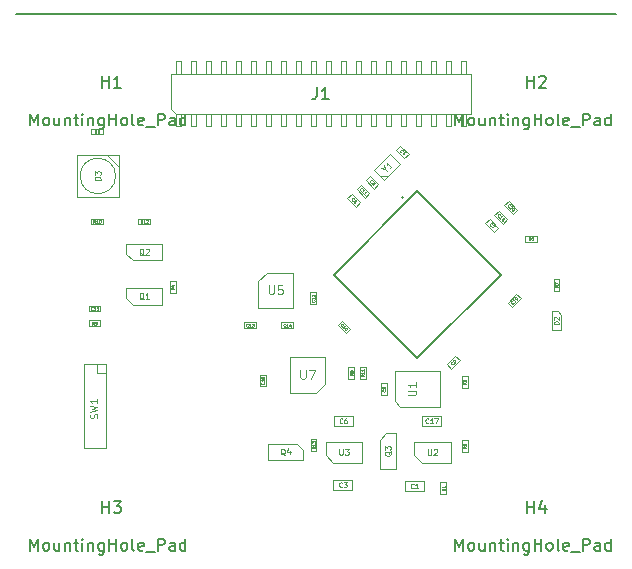
<source format=gbr>
G04 #@! TF.GenerationSoftware,KiCad,Pcbnew,(5.1.6)-1*
G04 #@! TF.CreationDate,2020-11-06T20:40:43+01:00*
G04 #@! TF.ProjectId,DynOSSAT-EDU-OBC,44796e4f-5353-4415-942d-4544552d4f42,rev?*
G04 #@! TF.SameCoordinates,Original*
G04 #@! TF.FileFunction,Other,Fab,Top*
%FSLAX46Y46*%
G04 Gerber Fmt 4.6, Leading zero omitted, Abs format (unit mm)*
G04 Created by KiCad (PCBNEW (5.1.6)-1) date 2020-11-06 20:40:43*
%MOMM*%
%LPD*%
G01*
G04 APERTURE LIST*
%ADD10C,0.150000*%
%ADD11C,0.120000*%
%ADD12C,0.100000*%
%ADD13C,0.127000*%
%ADD14C,0.075000*%
%ADD15C,0.040000*%
%ADD16C,0.060000*%
%ADD17C,0.110000*%
G04 APERTURE END LIST*
D10*
X101600000Y-63500000D02*
X152400000Y-63500000D01*
D11*
X108483400Y-93853000D02*
X109245400Y-93853000D01*
X108483400Y-93091000D02*
X108483400Y-93853000D01*
X109245400Y-100203000D02*
X109245400Y-93091000D01*
X107340400Y-100203000D02*
X109245400Y-100203000D01*
X107340400Y-100076000D02*
X107340400Y-100203000D01*
X107340400Y-93091000D02*
X107340400Y-100076000D01*
X109245400Y-93091000D02*
X107340400Y-93091000D01*
D12*
X134422363Y-79031862D02*
G75*
G03*
X134422363Y-79031862I-100000J0D01*
G01*
D13*
X128488732Y-85572600D02*
X135559800Y-78501532D01*
X135559800Y-92643668D02*
X128488732Y-85572600D01*
X142630868Y-85572600D02*
X135559800Y-92643668D01*
X135559800Y-78501532D02*
X142630868Y-85572600D01*
D12*
X122901900Y-99845900D02*
X122901900Y-101245900D01*
X125941900Y-101245900D02*
X122901900Y-101245900D01*
X125371900Y-99845900D02*
X125941900Y-100395900D01*
X125941900Y-100395900D02*
X125941900Y-101245900D01*
X125371900Y-99845900D02*
X122921900Y-99845900D01*
X127046800Y-99461700D02*
X127046800Y-100461700D01*
X126546800Y-99461700D02*
X127046800Y-99461700D01*
X126546800Y-100461700D02*
X126546800Y-99461700D01*
X127046800Y-100461700D02*
X126546800Y-100461700D01*
X139671400Y-67481000D02*
X139671400Y-68526000D01*
X139271400Y-67481000D02*
X139671400Y-67481000D01*
X139271400Y-68526000D02*
X139271400Y-67481000D01*
X139671400Y-72981000D02*
X139671400Y-71936000D01*
X139271400Y-72981000D02*
X139671400Y-72981000D01*
X139271400Y-71936000D02*
X139271400Y-72981000D01*
X138401400Y-67481000D02*
X138401400Y-68526000D01*
X138001400Y-67481000D02*
X138401400Y-67481000D01*
X138001400Y-68526000D02*
X138001400Y-67481000D01*
X138401400Y-72981000D02*
X138401400Y-71936000D01*
X138001400Y-72981000D02*
X138401400Y-72981000D01*
X138001400Y-71936000D02*
X138001400Y-72981000D01*
X137131400Y-67481000D02*
X137131400Y-68526000D01*
X136731400Y-67481000D02*
X137131400Y-67481000D01*
X136731400Y-68526000D02*
X136731400Y-67481000D01*
X137131400Y-72981000D02*
X137131400Y-71936000D01*
X136731400Y-72981000D02*
X137131400Y-72981000D01*
X136731400Y-71936000D02*
X136731400Y-72981000D01*
X135861400Y-67481000D02*
X135861400Y-68526000D01*
X135461400Y-67481000D02*
X135861400Y-67481000D01*
X135461400Y-68526000D02*
X135461400Y-67481000D01*
X135861400Y-72981000D02*
X135861400Y-71936000D01*
X135461400Y-72981000D02*
X135861400Y-72981000D01*
X135461400Y-71936000D02*
X135461400Y-72981000D01*
X134591400Y-67481000D02*
X134591400Y-68526000D01*
X134191400Y-67481000D02*
X134591400Y-67481000D01*
X134191400Y-68526000D02*
X134191400Y-67481000D01*
X134591400Y-72981000D02*
X134591400Y-71936000D01*
X134191400Y-72981000D02*
X134591400Y-72981000D01*
X134191400Y-71936000D02*
X134191400Y-72981000D01*
X133321400Y-67481000D02*
X133321400Y-68526000D01*
X132921400Y-67481000D02*
X133321400Y-67481000D01*
X132921400Y-68526000D02*
X132921400Y-67481000D01*
X133321400Y-72981000D02*
X133321400Y-71936000D01*
X132921400Y-72981000D02*
X133321400Y-72981000D01*
X132921400Y-71936000D02*
X132921400Y-72981000D01*
X132051400Y-67481000D02*
X132051400Y-68526000D01*
X131651400Y-67481000D02*
X132051400Y-67481000D01*
X131651400Y-68526000D02*
X131651400Y-67481000D01*
X132051400Y-72981000D02*
X132051400Y-71936000D01*
X131651400Y-72981000D02*
X132051400Y-72981000D01*
X131651400Y-71936000D02*
X131651400Y-72981000D01*
X130781400Y-67481000D02*
X130781400Y-68526000D01*
X130381400Y-67481000D02*
X130781400Y-67481000D01*
X130381400Y-68526000D02*
X130381400Y-67481000D01*
X130781400Y-72981000D02*
X130781400Y-71936000D01*
X130381400Y-72981000D02*
X130781400Y-72981000D01*
X130381400Y-71936000D02*
X130381400Y-72981000D01*
X129511400Y-67481000D02*
X129511400Y-68526000D01*
X129111400Y-67481000D02*
X129511400Y-67481000D01*
X129111400Y-68526000D02*
X129111400Y-67481000D01*
X129511400Y-72981000D02*
X129511400Y-71936000D01*
X129111400Y-72981000D02*
X129511400Y-72981000D01*
X129111400Y-71936000D02*
X129111400Y-72981000D01*
X128241400Y-67481000D02*
X128241400Y-68526000D01*
X127841400Y-67481000D02*
X128241400Y-67481000D01*
X127841400Y-68526000D02*
X127841400Y-67481000D01*
X128241400Y-72981000D02*
X128241400Y-71936000D01*
X127841400Y-72981000D02*
X128241400Y-72981000D01*
X127841400Y-71936000D02*
X127841400Y-72981000D01*
X126971400Y-67481000D02*
X126971400Y-68526000D01*
X126571400Y-67481000D02*
X126971400Y-67481000D01*
X126571400Y-68526000D02*
X126571400Y-67481000D01*
X126971400Y-72981000D02*
X126971400Y-71936000D01*
X126571400Y-72981000D02*
X126971400Y-72981000D01*
X126571400Y-71936000D02*
X126571400Y-72981000D01*
X125701400Y-67481000D02*
X125701400Y-68526000D01*
X125301400Y-67481000D02*
X125701400Y-67481000D01*
X125301400Y-68526000D02*
X125301400Y-67481000D01*
X125701400Y-72981000D02*
X125701400Y-71936000D01*
X125301400Y-72981000D02*
X125701400Y-72981000D01*
X125301400Y-71936000D02*
X125301400Y-72981000D01*
X124431400Y-67481000D02*
X124431400Y-68526000D01*
X124031400Y-67481000D02*
X124431400Y-67481000D01*
X124031400Y-68526000D02*
X124031400Y-67481000D01*
X124431400Y-72981000D02*
X124431400Y-71936000D01*
X124031400Y-72981000D02*
X124431400Y-72981000D01*
X124031400Y-71936000D02*
X124031400Y-72981000D01*
X123161400Y-67481000D02*
X123161400Y-68526000D01*
X122761400Y-67481000D02*
X123161400Y-67481000D01*
X122761400Y-68526000D02*
X122761400Y-67481000D01*
X123161400Y-72981000D02*
X123161400Y-71936000D01*
X122761400Y-72981000D02*
X123161400Y-72981000D01*
X122761400Y-71936000D02*
X122761400Y-72981000D01*
X121891400Y-67481000D02*
X121891400Y-68526000D01*
X121491400Y-67481000D02*
X121891400Y-67481000D01*
X121491400Y-68526000D02*
X121491400Y-67481000D01*
X121891400Y-72981000D02*
X121891400Y-71936000D01*
X121491400Y-72981000D02*
X121891400Y-72981000D01*
X121491400Y-71936000D02*
X121491400Y-72981000D01*
X120621400Y-67481000D02*
X120621400Y-68526000D01*
X120221400Y-67481000D02*
X120621400Y-67481000D01*
X120221400Y-68526000D02*
X120221400Y-67481000D01*
X120621400Y-72981000D02*
X120621400Y-71936000D01*
X120221400Y-72981000D02*
X120621400Y-72981000D01*
X120221400Y-71936000D02*
X120221400Y-72981000D01*
X119351400Y-67481000D02*
X119351400Y-68526000D01*
X118951400Y-67481000D02*
X119351400Y-67481000D01*
X118951400Y-68526000D02*
X118951400Y-67481000D01*
X119351400Y-72981000D02*
X119351400Y-71936000D01*
X118951400Y-72981000D02*
X119351400Y-72981000D01*
X118951400Y-71936000D02*
X118951400Y-72981000D01*
X118081400Y-67481000D02*
X118081400Y-68526000D01*
X117681400Y-67481000D02*
X118081400Y-67481000D01*
X117681400Y-68526000D02*
X117681400Y-67481000D01*
X118081400Y-72981000D02*
X118081400Y-71936000D01*
X117681400Y-72981000D02*
X118081400Y-72981000D01*
X117681400Y-71936000D02*
X117681400Y-72981000D01*
X116811400Y-67481000D02*
X116811400Y-68526000D01*
X116411400Y-67481000D02*
X116811400Y-67481000D01*
X116411400Y-68526000D02*
X116411400Y-67481000D01*
X116811400Y-72981000D02*
X116811400Y-71936000D01*
X116411400Y-72981000D02*
X116811400Y-72981000D01*
X116411400Y-71936000D02*
X116411400Y-72981000D01*
X115541400Y-67481000D02*
X115541400Y-68526000D01*
X115141400Y-67481000D02*
X115541400Y-67481000D01*
X115141400Y-68526000D02*
X115141400Y-67481000D01*
X115541400Y-72981000D02*
X115541400Y-71936000D01*
X115141400Y-72981000D02*
X115541400Y-72981000D01*
X115141400Y-71936000D02*
X115141400Y-72981000D01*
X114706400Y-68526000D02*
X140106400Y-68526000D01*
X115141400Y-71936000D02*
X114706400Y-71501000D01*
X140106400Y-71936000D02*
X115141400Y-71936000D01*
X114706400Y-71501000D02*
X114706400Y-68526000D01*
X140106400Y-68526000D02*
X140106400Y-71936000D01*
X134531200Y-103054200D02*
X136131200Y-103054200D01*
X134531200Y-103854200D02*
X134531200Y-103054200D01*
X136131200Y-103854200D02*
X134531200Y-103854200D01*
X136131200Y-103054200D02*
X136131200Y-103854200D01*
X130086000Y-103752600D02*
X128486000Y-103752600D01*
X130086000Y-102952600D02*
X130086000Y-103752600D01*
X128486000Y-102952600D02*
X130086000Y-102952600D01*
X128486000Y-103752600D02*
X128486000Y-102952600D01*
X146970800Y-90233400D02*
X147770800Y-90233400D01*
X146970800Y-88633400D02*
X146970800Y-90233400D01*
X147470800Y-88633400D02*
X146970800Y-88633400D01*
X147770800Y-88933400D02*
X147470800Y-88633400D01*
X147770800Y-90233400D02*
X147770800Y-88933400D01*
X130136800Y-98342400D02*
X128536800Y-98342400D01*
X130136800Y-97542400D02*
X130136800Y-98342400D01*
X128536800Y-97542400D02*
X130136800Y-97542400D01*
X128536800Y-98342400D02*
X128536800Y-97542400D01*
X113991200Y-88076000D02*
X113991200Y-86676000D01*
X110951200Y-86676000D02*
X113991200Y-86676000D01*
X111521200Y-88076000D02*
X110951200Y-87526000D01*
X110951200Y-87526000D02*
X110951200Y-86676000D01*
X111521200Y-88076000D02*
X113971200Y-88076000D01*
X113991200Y-84342200D02*
X113991200Y-82942200D01*
X110951200Y-82942200D02*
X113991200Y-82942200D01*
X111521200Y-84342200D02*
X110951200Y-83792200D01*
X110951200Y-83792200D02*
X110951200Y-82942200D01*
X111521200Y-84342200D02*
X113971200Y-84342200D01*
X139873800Y-99576000D02*
X139873800Y-100576000D01*
X139373800Y-99576000D02*
X139873800Y-99576000D01*
X139373800Y-100576000D02*
X139373800Y-99576000D01*
X139873800Y-100576000D02*
X139373800Y-100576000D01*
X139373800Y-95140400D02*
X139373800Y-94140400D01*
X139873800Y-95140400D02*
X139373800Y-95140400D01*
X139873800Y-94140400D02*
X139873800Y-95140400D01*
X139373800Y-94140400D02*
X139873800Y-94140400D01*
X137579100Y-98342400D02*
X135979100Y-98342400D01*
X137579100Y-97542400D02*
X137579100Y-98342400D01*
X135979100Y-97542400D02*
X137579100Y-97542400D01*
X135979100Y-98342400D02*
X135979100Y-97542400D01*
X132396000Y-101977000D02*
X133796000Y-101977000D01*
X133796000Y-98937000D02*
X133796000Y-101977000D01*
X132396000Y-99507000D02*
X132946000Y-98937000D01*
X132946000Y-98937000D02*
X133796000Y-98937000D01*
X132396000Y-99507000D02*
X132396000Y-101957000D01*
X134491977Y-75688930D02*
X133784870Y-74981823D01*
X134845530Y-75335377D02*
X134491977Y-75688930D01*
X134138423Y-74628270D02*
X134845530Y-75335377D01*
X133784870Y-74981823D02*
X134138423Y-74628270D01*
X131573023Y-77193670D02*
X132280130Y-77900777D01*
X131219470Y-77547223D02*
X131573023Y-77193670D01*
X131926577Y-78254330D02*
X131219470Y-77547223D01*
X132280130Y-77900777D02*
X131926577Y-78254330D01*
X130023623Y-78717670D02*
X130730730Y-79424777D01*
X129670070Y-79071223D02*
X130023623Y-78717670D01*
X130377177Y-79778330D02*
X129670070Y-79071223D01*
X130730730Y-79424777D02*
X130377177Y-79778330D01*
X139163530Y-92787223D02*
X138456423Y-93494330D01*
X138809977Y-92433670D02*
X139163530Y-92787223D01*
X138102870Y-93140777D02*
X138809977Y-92433670D01*
X138456423Y-93494330D02*
X138102870Y-93140777D01*
X129538977Y-90497130D02*
X128831870Y-89790023D01*
X129892530Y-90143577D02*
X129538977Y-90497130D01*
X129185423Y-89436470D02*
X129892530Y-90143577D01*
X128831870Y-89790023D02*
X129185423Y-89436470D01*
X130811023Y-77955670D02*
X131518130Y-78662777D01*
X130457470Y-78309223D02*
X130811023Y-77955670D01*
X131164577Y-79016330D02*
X130457470Y-78309223D01*
X131518130Y-78662777D02*
X131164577Y-79016330D01*
X127021400Y-87053800D02*
X127021400Y-88053800D01*
X126521400Y-87053800D02*
X127021400Y-87053800D01*
X126521400Y-88053800D02*
X126521400Y-87053800D01*
X127021400Y-88053800D02*
X126521400Y-88053800D01*
X120912000Y-89589800D02*
X121912000Y-89589800D01*
X120912000Y-90089800D02*
X120912000Y-89589800D01*
X121912000Y-90089800D02*
X120912000Y-90089800D01*
X121912000Y-89589800D02*
X121912000Y-90089800D01*
X125061600Y-90089800D02*
X124061600Y-90089800D01*
X125061600Y-89589800D02*
X125061600Y-90089800D01*
X124061600Y-89589800D02*
X125061600Y-89589800D01*
X124061600Y-90089800D02*
X124061600Y-89589800D01*
X108754800Y-88667400D02*
X107754800Y-88667400D01*
X108754800Y-88167400D02*
X108754800Y-88667400D01*
X107754800Y-88167400D02*
X108754800Y-88167400D01*
X107754800Y-88667400D02*
X107754800Y-88167400D01*
X122754200Y-94013400D02*
X122754200Y-95013400D01*
X122254200Y-94013400D02*
X122754200Y-94013400D01*
X122254200Y-95013400D02*
X122254200Y-94013400D01*
X122754200Y-95013400D02*
X122254200Y-95013400D01*
X138045000Y-103119300D02*
X138045000Y-104119300D01*
X137545000Y-103119300D02*
X138045000Y-103119300D01*
X137545000Y-104119300D02*
X137545000Y-103119300D01*
X138045000Y-104119300D02*
X137545000Y-104119300D01*
X114634200Y-87114000D02*
X114634200Y-86114000D01*
X115134200Y-87114000D02*
X114634200Y-87114000D01*
X115134200Y-86114000D02*
X115134200Y-87114000D01*
X114634200Y-86114000D02*
X115134200Y-86114000D01*
X130247200Y-93353000D02*
X130247200Y-94353000D01*
X129747200Y-93353000D02*
X130247200Y-93353000D01*
X129747200Y-94353000D02*
X129747200Y-93353000D01*
X130247200Y-94353000D02*
X129747200Y-94353000D01*
X145686400Y-82749200D02*
X144686400Y-82749200D01*
X145686400Y-82249200D02*
X145686400Y-82749200D01*
X144686400Y-82249200D02*
X145686400Y-82249200D01*
X144686400Y-82749200D02*
X144686400Y-82249200D01*
X147120800Y-86910800D02*
X147120800Y-85910800D01*
X147620800Y-86910800D02*
X147120800Y-86910800D01*
X147620800Y-85910800D02*
X147620800Y-86910800D01*
X147120800Y-85910800D02*
X147620800Y-85910800D01*
X107958000Y-73181400D02*
X108958000Y-73181400D01*
X107958000Y-73681400D02*
X107958000Y-73181400D01*
X108958000Y-73681400D02*
X107958000Y-73681400D01*
X108958000Y-73181400D02*
X108958000Y-73681400D01*
X108754800Y-89912000D02*
X107754800Y-89912000D01*
X108754800Y-89412000D02*
X108754800Y-89912000D01*
X107754800Y-89412000D02*
X108754800Y-89412000D01*
X107754800Y-89912000D02*
X107754800Y-89412000D01*
X107958000Y-80801400D02*
X108958000Y-80801400D01*
X107958000Y-81301400D02*
X107958000Y-80801400D01*
X108958000Y-81301400D02*
X107958000Y-81301400D01*
X108958000Y-80801400D02*
X108958000Y-81301400D01*
X130737800Y-94353000D02*
X130737800Y-93353000D01*
X131237800Y-94353000D02*
X130737800Y-94353000D01*
X131237800Y-93353000D02*
X131237800Y-94353000D01*
X130737800Y-93353000D02*
X131237800Y-93353000D01*
X112971200Y-81301400D02*
X111971200Y-81301400D01*
X112971200Y-80801400D02*
X112971200Y-81301400D01*
X111971200Y-80801400D02*
X112971200Y-80801400D01*
X111971200Y-81301400D02*
X111971200Y-80801400D01*
X135305200Y-99684000D02*
X138405200Y-99684000D01*
X138405200Y-99684000D02*
X138405200Y-101484000D01*
X135955200Y-101484000D02*
X138405200Y-101484000D01*
X135305200Y-99684000D02*
X135305200Y-100834000D01*
X135955200Y-101484000D02*
X135305200Y-100834000D01*
X127812200Y-99684000D02*
X130912200Y-99684000D01*
X130912200Y-99684000D02*
X130912200Y-101484000D01*
X128462200Y-101484000D02*
X130912200Y-101484000D01*
X127812200Y-99684000D02*
X127812200Y-100834000D01*
X128462200Y-101484000D02*
X127812200Y-100834000D01*
X122821000Y-85368000D02*
X125071000Y-85368000D01*
X125071000Y-85368000D02*
X125071000Y-88368000D01*
X125071000Y-88368000D02*
X122071000Y-88368000D01*
X122071000Y-88368000D02*
X122071000Y-86118000D01*
X122071000Y-86118000D02*
X122821000Y-85368000D01*
X127763400Y-94780800D02*
X127013400Y-95530800D01*
X127763400Y-92530800D02*
X127763400Y-94780800D01*
X124763400Y-92530800D02*
X127763400Y-92530800D01*
X124763400Y-95530800D02*
X124763400Y-92530800D01*
X127013400Y-95530800D02*
X124763400Y-95530800D01*
X131888429Y-76711443D02*
X132736957Y-77559971D01*
X132736957Y-77559971D02*
X134151171Y-76145757D01*
X134151171Y-76145757D02*
X133302643Y-75297229D01*
X133302643Y-75297229D02*
X131888429Y-76711443D01*
X132383404Y-77206417D02*
X133090511Y-77206417D01*
X133653400Y-96224600D02*
X133653400Y-93724600D01*
X133653400Y-93724600D02*
X137541000Y-93724600D01*
X137541000Y-93724600D02*
X137541000Y-96724600D01*
X137541000Y-96724600D02*
X134153400Y-96724600D01*
X133653400Y-96224600D02*
X134153400Y-96724600D01*
X132515800Y-95747600D02*
X132515800Y-94747600D01*
X133015800Y-95747600D02*
X132515800Y-95747600D01*
X133015800Y-94747600D02*
X133015800Y-95747600D01*
X132515800Y-94747600D02*
X133015800Y-94747600D01*
X141707623Y-80851270D02*
X142414730Y-81558377D01*
X141354070Y-81204823D02*
X141707623Y-80851270D01*
X142061177Y-81911930D02*
X141354070Y-81204823D01*
X142414730Y-81558377D02*
X142061177Y-81911930D01*
X142469623Y-80165470D02*
X143176730Y-80872577D01*
X142116070Y-80519023D02*
X142469623Y-80165470D01*
X142823177Y-81226130D02*
X142116070Y-80519023D01*
X143176730Y-80872577D02*
X142823177Y-81226130D01*
X144319730Y-87554823D02*
X143612623Y-88261930D01*
X143966177Y-87201270D02*
X144319730Y-87554823D01*
X143259070Y-87908377D02*
X143966177Y-87201270D01*
X143612623Y-88261930D02*
X143259070Y-87908377D01*
X143661377Y-80387930D02*
X142954270Y-79680823D01*
X144014930Y-80034377D02*
X143661377Y-80387930D01*
X143307823Y-79327270D02*
X144014930Y-80034377D01*
X142954270Y-79680823D02*
X143307823Y-79327270D01*
X109284200Y-75440600D02*
X110284200Y-76440600D01*
X106784200Y-78940600D02*
X110284200Y-78940600D01*
X110284200Y-78940600D02*
X110284200Y-75440600D01*
X110284200Y-75440600D02*
X106784200Y-75440600D01*
X106784200Y-75440600D02*
X106784200Y-78940600D01*
X110034200Y-77190600D02*
G75*
G03*
X110034200Y-77190600I-1500000J0D01*
G01*
X108472257Y-97701000D02*
X108500828Y-97615285D01*
X108500828Y-97472428D01*
X108472257Y-97415285D01*
X108443685Y-97386714D01*
X108386542Y-97358142D01*
X108329400Y-97358142D01*
X108272257Y-97386714D01*
X108243685Y-97415285D01*
X108215114Y-97472428D01*
X108186542Y-97586714D01*
X108157971Y-97643857D01*
X108129400Y-97672428D01*
X108072257Y-97701000D01*
X108015114Y-97701000D01*
X107957971Y-97672428D01*
X107929400Y-97643857D01*
X107900828Y-97586714D01*
X107900828Y-97443857D01*
X107929400Y-97358142D01*
X107900828Y-97158142D02*
X108500828Y-97015285D01*
X108072257Y-96901000D01*
X108500828Y-96786714D01*
X107900828Y-96643857D01*
X108500828Y-96101000D02*
X108500828Y-96443857D01*
X108500828Y-96272428D02*
X107900828Y-96272428D01*
X107986542Y-96329571D01*
X108043685Y-96386714D01*
X108072257Y-96443857D01*
D14*
X124374280Y-100819709D02*
X124326661Y-100795900D01*
X124279042Y-100748280D01*
X124207614Y-100676852D01*
X124159995Y-100653042D01*
X124112376Y-100653042D01*
X124136185Y-100772090D02*
X124088566Y-100748280D01*
X124040947Y-100700661D01*
X124017138Y-100605423D01*
X124017138Y-100438757D01*
X124040947Y-100343519D01*
X124088566Y-100295900D01*
X124136185Y-100272090D01*
X124231423Y-100272090D01*
X124279042Y-100295900D01*
X124326661Y-100343519D01*
X124350471Y-100438757D01*
X124350471Y-100605423D01*
X124326661Y-100700661D01*
X124279042Y-100748280D01*
X124231423Y-100772090D01*
X124136185Y-100772090D01*
X124779042Y-100438757D02*
X124779042Y-100772090D01*
X124659995Y-100248280D02*
X124540947Y-100605423D01*
X124850471Y-100605423D01*
D15*
X126909895Y-100122414D02*
X126790847Y-100205747D01*
X126909895Y-100265271D02*
X126659895Y-100265271D01*
X126659895Y-100170033D01*
X126671800Y-100146223D01*
X126683704Y-100134319D01*
X126707514Y-100122414D01*
X126743228Y-100122414D01*
X126767038Y-100134319D01*
X126778942Y-100146223D01*
X126790847Y-100170033D01*
X126790847Y-100265271D01*
X126909895Y-99884319D02*
X126909895Y-100027176D01*
X126909895Y-99955747D02*
X126659895Y-99955747D01*
X126695609Y-99979557D01*
X126719419Y-100003366D01*
X126731323Y-100027176D01*
X126659895Y-99800985D02*
X126659895Y-99646223D01*
X126755133Y-99729557D01*
X126755133Y-99693842D01*
X126767038Y-99670033D01*
X126778942Y-99658128D01*
X126802752Y-99646223D01*
X126862276Y-99646223D01*
X126886085Y-99658128D01*
X126897990Y-99670033D01*
X126909895Y-99693842D01*
X126909895Y-99765271D01*
X126897990Y-99789080D01*
X126886085Y-99800985D01*
D10*
X127073066Y-69683380D02*
X127073066Y-70397666D01*
X127025447Y-70540523D01*
X126930209Y-70635761D01*
X126787352Y-70683380D01*
X126692114Y-70683380D01*
X128073066Y-70683380D02*
X127501638Y-70683380D01*
X127787352Y-70683380D02*
X127787352Y-69683380D01*
X127692114Y-69826238D01*
X127596876Y-69921476D01*
X127501638Y-69969095D01*
D16*
X135264533Y-103597057D02*
X135245485Y-103616104D01*
X135188342Y-103635152D01*
X135150247Y-103635152D01*
X135093104Y-103616104D01*
X135055009Y-103578009D01*
X135035961Y-103539914D01*
X135016914Y-103463723D01*
X135016914Y-103406580D01*
X135035961Y-103330390D01*
X135055009Y-103292295D01*
X135093104Y-103254200D01*
X135150247Y-103235152D01*
X135188342Y-103235152D01*
X135245485Y-103254200D01*
X135264533Y-103273247D01*
X135645485Y-103635152D02*
X135416914Y-103635152D01*
X135531200Y-103635152D02*
X135531200Y-103235152D01*
X135493104Y-103292295D01*
X135455009Y-103330390D01*
X135416914Y-103349438D01*
X129219333Y-103495457D02*
X129200285Y-103514504D01*
X129143142Y-103533552D01*
X129105047Y-103533552D01*
X129047904Y-103514504D01*
X129009809Y-103476409D01*
X128990761Y-103438314D01*
X128971714Y-103362123D01*
X128971714Y-103304980D01*
X128990761Y-103228790D01*
X129009809Y-103190695D01*
X129047904Y-103152600D01*
X129105047Y-103133552D01*
X129143142Y-103133552D01*
X129200285Y-103152600D01*
X129219333Y-103171647D01*
X129352666Y-103133552D02*
X129600285Y-103133552D01*
X129466952Y-103285933D01*
X129524095Y-103285933D01*
X129562190Y-103304980D01*
X129581238Y-103324028D01*
X129600285Y-103362123D01*
X129600285Y-103457361D01*
X129581238Y-103495457D01*
X129562190Y-103514504D01*
X129524095Y-103533552D01*
X129409809Y-103533552D01*
X129371714Y-103514504D01*
X129352666Y-103495457D01*
X147551752Y-89728638D02*
X147151752Y-89728638D01*
X147151752Y-89633400D01*
X147170800Y-89576257D01*
X147208895Y-89538161D01*
X147246990Y-89519114D01*
X147323180Y-89500066D01*
X147380323Y-89500066D01*
X147456514Y-89519114D01*
X147494609Y-89538161D01*
X147532704Y-89576257D01*
X147551752Y-89633400D01*
X147551752Y-89728638D01*
X147189847Y-89347685D02*
X147170800Y-89328638D01*
X147151752Y-89290542D01*
X147151752Y-89195304D01*
X147170800Y-89157209D01*
X147189847Y-89138161D01*
X147227942Y-89119114D01*
X147266038Y-89119114D01*
X147323180Y-89138161D01*
X147551752Y-89366733D01*
X147551752Y-89119114D01*
X129244733Y-98085257D02*
X129225685Y-98104304D01*
X129168542Y-98123352D01*
X129130447Y-98123352D01*
X129073304Y-98104304D01*
X129035209Y-98066209D01*
X129016161Y-98028114D01*
X128997114Y-97951923D01*
X128997114Y-97894780D01*
X129016161Y-97818590D01*
X129035209Y-97780495D01*
X129073304Y-97742400D01*
X129130447Y-97723352D01*
X129168542Y-97723352D01*
X129225685Y-97742400D01*
X129244733Y-97761447D01*
X129587590Y-97723352D02*
X129511400Y-97723352D01*
X129473304Y-97742400D01*
X129454257Y-97761447D01*
X129416161Y-97818590D01*
X129397114Y-97894780D01*
X129397114Y-98047161D01*
X129416161Y-98085257D01*
X129435209Y-98104304D01*
X129473304Y-98123352D01*
X129549495Y-98123352D01*
X129587590Y-98104304D01*
X129606638Y-98085257D01*
X129625685Y-98047161D01*
X129625685Y-97951923D01*
X129606638Y-97913828D01*
X129587590Y-97894780D01*
X129549495Y-97875733D01*
X129473304Y-97875733D01*
X129435209Y-97894780D01*
X129416161Y-97913828D01*
X129397114Y-97951923D01*
D14*
X112423580Y-87649809D02*
X112375961Y-87626000D01*
X112328342Y-87578380D01*
X112256914Y-87506952D01*
X112209295Y-87483142D01*
X112161676Y-87483142D01*
X112185485Y-87602190D02*
X112137866Y-87578380D01*
X112090247Y-87530761D01*
X112066438Y-87435523D01*
X112066438Y-87268857D01*
X112090247Y-87173619D01*
X112137866Y-87126000D01*
X112185485Y-87102190D01*
X112280723Y-87102190D01*
X112328342Y-87126000D01*
X112375961Y-87173619D01*
X112399771Y-87268857D01*
X112399771Y-87435523D01*
X112375961Y-87530761D01*
X112328342Y-87578380D01*
X112280723Y-87602190D01*
X112185485Y-87602190D01*
X112875961Y-87602190D02*
X112590247Y-87602190D01*
X112733104Y-87602190D02*
X112733104Y-87102190D01*
X112685485Y-87173619D01*
X112637866Y-87221238D01*
X112590247Y-87245047D01*
X112423580Y-83916009D02*
X112375961Y-83892200D01*
X112328342Y-83844580D01*
X112256914Y-83773152D01*
X112209295Y-83749342D01*
X112161676Y-83749342D01*
X112185485Y-83868390D02*
X112137866Y-83844580D01*
X112090247Y-83796961D01*
X112066438Y-83701723D01*
X112066438Y-83535057D01*
X112090247Y-83439819D01*
X112137866Y-83392200D01*
X112185485Y-83368390D01*
X112280723Y-83368390D01*
X112328342Y-83392200D01*
X112375961Y-83439819D01*
X112399771Y-83535057D01*
X112399771Y-83701723D01*
X112375961Y-83796961D01*
X112328342Y-83844580D01*
X112280723Y-83868390D01*
X112185485Y-83868390D01*
X112590247Y-83416009D02*
X112614057Y-83392200D01*
X112661676Y-83368390D01*
X112780723Y-83368390D01*
X112828342Y-83392200D01*
X112852152Y-83416009D01*
X112875961Y-83463628D01*
X112875961Y-83511247D01*
X112852152Y-83582676D01*
X112566438Y-83868390D01*
X112875961Y-83868390D01*
D15*
X139736895Y-100117666D02*
X139617847Y-100201000D01*
X139736895Y-100260523D02*
X139486895Y-100260523D01*
X139486895Y-100165285D01*
X139498800Y-100141476D01*
X139510704Y-100129571D01*
X139534514Y-100117666D01*
X139570228Y-100117666D01*
X139594038Y-100129571D01*
X139605942Y-100141476D01*
X139617847Y-100165285D01*
X139617847Y-100260523D01*
X139510704Y-100022428D02*
X139498800Y-100010523D01*
X139486895Y-99986714D01*
X139486895Y-99927190D01*
X139498800Y-99903380D01*
X139510704Y-99891476D01*
X139534514Y-99879571D01*
X139558323Y-99879571D01*
X139594038Y-99891476D01*
X139736895Y-100034333D01*
X139736895Y-99879571D01*
X139736895Y-94682066D02*
X139617847Y-94765400D01*
X139736895Y-94824923D02*
X139486895Y-94824923D01*
X139486895Y-94729685D01*
X139498800Y-94705876D01*
X139510704Y-94693971D01*
X139534514Y-94682066D01*
X139570228Y-94682066D01*
X139594038Y-94693971D01*
X139605942Y-94705876D01*
X139617847Y-94729685D01*
X139617847Y-94824923D01*
X139486895Y-94598733D02*
X139486895Y-94443971D01*
X139582133Y-94527304D01*
X139582133Y-94491590D01*
X139594038Y-94467780D01*
X139605942Y-94455876D01*
X139629752Y-94443971D01*
X139689276Y-94443971D01*
X139713085Y-94455876D01*
X139724990Y-94467780D01*
X139736895Y-94491590D01*
X139736895Y-94563019D01*
X139724990Y-94586828D01*
X139713085Y-94598733D01*
D16*
X136521957Y-98085257D02*
X136502909Y-98104304D01*
X136445766Y-98123352D01*
X136407671Y-98123352D01*
X136350528Y-98104304D01*
X136312433Y-98066209D01*
X136293385Y-98028114D01*
X136274338Y-97951923D01*
X136274338Y-97894780D01*
X136293385Y-97818590D01*
X136312433Y-97780495D01*
X136350528Y-97742400D01*
X136407671Y-97723352D01*
X136445766Y-97723352D01*
X136502909Y-97742400D01*
X136521957Y-97761447D01*
X136902909Y-98123352D02*
X136674338Y-98123352D01*
X136788623Y-98123352D02*
X136788623Y-97723352D01*
X136750528Y-97780495D01*
X136712433Y-97818590D01*
X136674338Y-97837638D01*
X137036242Y-97723352D02*
X137302909Y-97723352D01*
X137131480Y-98123352D01*
D14*
X133369809Y-100504619D02*
X133346000Y-100552238D01*
X133298380Y-100599857D01*
X133226952Y-100671285D01*
X133203142Y-100718904D01*
X133203142Y-100766523D01*
X133322190Y-100742714D02*
X133298380Y-100790333D01*
X133250761Y-100837952D01*
X133155523Y-100861761D01*
X132988857Y-100861761D01*
X132893619Y-100837952D01*
X132846000Y-100790333D01*
X132822190Y-100742714D01*
X132822190Y-100647476D01*
X132846000Y-100599857D01*
X132893619Y-100552238D01*
X132988857Y-100528428D01*
X133155523Y-100528428D01*
X133250761Y-100552238D01*
X133298380Y-100599857D01*
X133322190Y-100647476D01*
X133322190Y-100742714D01*
X132822190Y-100361761D02*
X132822190Y-100052238D01*
X133012666Y-100218904D01*
X133012666Y-100147476D01*
X133036476Y-100099857D01*
X133060285Y-100076047D01*
X133107904Y-100052238D01*
X133226952Y-100052238D01*
X133274571Y-100076047D01*
X133298380Y-100099857D01*
X133322190Y-100147476D01*
X133322190Y-100290333D01*
X133298380Y-100337952D01*
X133274571Y-100361761D01*
D15*
X134222602Y-75192271D02*
X134205766Y-75192271D01*
X134172095Y-75175435D01*
X134155259Y-75158600D01*
X134138423Y-75124928D01*
X134138423Y-75091256D01*
X134146841Y-75066002D01*
X134172095Y-75023912D01*
X134197348Y-74998659D01*
X134239438Y-74973405D01*
X134264692Y-74964987D01*
X134298364Y-74964987D01*
X134332035Y-74981823D01*
X134348871Y-74998659D01*
X134365707Y-75032330D01*
X134365707Y-75049166D01*
X134475140Y-75242779D02*
X134357289Y-75360630D01*
X134500394Y-75133346D02*
X134332035Y-75217525D01*
X134441469Y-75326958D01*
X131657202Y-77757671D02*
X131640366Y-77757671D01*
X131606695Y-77740835D01*
X131589859Y-77724000D01*
X131573023Y-77690328D01*
X131573023Y-77656656D01*
X131581441Y-77631402D01*
X131606695Y-77589312D01*
X131631948Y-77564059D01*
X131674038Y-77538805D01*
X131699292Y-77530387D01*
X131732964Y-77530387D01*
X131766635Y-77547223D01*
X131783471Y-77564059D01*
X131800307Y-77597730D01*
X131800307Y-77614566D01*
X131977084Y-77757671D02*
X131892904Y-77673492D01*
X131800307Y-77749253D01*
X131817143Y-77749253D01*
X131842397Y-77757671D01*
X131884487Y-77799761D01*
X131892904Y-77825015D01*
X131892904Y-77841851D01*
X131884487Y-77867104D01*
X131842397Y-77909194D01*
X131817143Y-77917612D01*
X131800307Y-77917612D01*
X131775053Y-77909194D01*
X131732964Y-77867104D01*
X131724546Y-77841851D01*
X131724546Y-77825015D01*
X130107802Y-79281671D02*
X130090966Y-79281671D01*
X130057295Y-79264835D01*
X130040459Y-79248000D01*
X130023623Y-79214328D01*
X130023623Y-79180656D01*
X130032041Y-79155402D01*
X130057295Y-79113312D01*
X130082548Y-79088059D01*
X130124638Y-79062805D01*
X130149892Y-79054387D01*
X130183564Y-79054387D01*
X130217235Y-79071223D01*
X130234071Y-79088059D01*
X130250907Y-79121730D01*
X130250907Y-79138566D01*
X130292997Y-79298507D02*
X130284579Y-79273253D01*
X130284579Y-79256417D01*
X130292997Y-79231164D01*
X130301415Y-79222746D01*
X130326669Y-79214328D01*
X130343504Y-79214328D01*
X130368758Y-79222746D01*
X130402430Y-79256417D01*
X130410848Y-79281671D01*
X130410848Y-79298507D01*
X130402430Y-79323761D01*
X130394012Y-79332179D01*
X130368758Y-79340597D01*
X130351922Y-79340597D01*
X130326669Y-79332179D01*
X130292997Y-79298507D01*
X130267743Y-79290089D01*
X130250907Y-79290089D01*
X130225653Y-79298507D01*
X130191982Y-79332179D01*
X130183564Y-79357433D01*
X130183564Y-79374269D01*
X130191982Y-79399522D01*
X130225653Y-79433194D01*
X130250907Y-79441612D01*
X130267743Y-79441612D01*
X130292997Y-79433194D01*
X130326669Y-79399522D01*
X130335087Y-79374269D01*
X130335087Y-79357433D01*
X130326669Y-79332179D01*
X138666871Y-93056597D02*
X138666871Y-93073433D01*
X138650035Y-93107104D01*
X138633200Y-93123940D01*
X138599528Y-93140776D01*
X138565856Y-93140776D01*
X138540602Y-93132358D01*
X138498512Y-93107104D01*
X138473259Y-93081851D01*
X138448005Y-93039761D01*
X138439587Y-93014507D01*
X138439587Y-92980835D01*
X138456423Y-92947164D01*
X138473259Y-92930328D01*
X138506930Y-92913492D01*
X138523766Y-92913492D01*
X138767887Y-92989253D02*
X138801558Y-92955582D01*
X138809976Y-92930328D01*
X138809976Y-92913492D01*
X138801558Y-92871402D01*
X138776304Y-92829312D01*
X138708961Y-92761969D01*
X138683707Y-92753551D01*
X138666871Y-92753551D01*
X138641617Y-92761969D01*
X138607946Y-92795641D01*
X138599528Y-92820895D01*
X138599528Y-92837730D01*
X138607946Y-92862984D01*
X138650035Y-92905074D01*
X138675289Y-92913492D01*
X138692125Y-92913492D01*
X138717379Y-92905074D01*
X138751051Y-92871402D01*
X138759469Y-92846148D01*
X138759469Y-92829312D01*
X138751051Y-92804059D01*
X129185423Y-89916292D02*
X129168587Y-89916292D01*
X129134915Y-89899456D01*
X129118079Y-89882620D01*
X129101243Y-89848948D01*
X129101243Y-89815277D01*
X129109661Y-89790023D01*
X129134915Y-89747933D01*
X129160169Y-89722679D01*
X129202259Y-89697425D01*
X129227512Y-89689008D01*
X129261184Y-89689008D01*
X129294856Y-89705843D01*
X129311692Y-89722679D01*
X129328528Y-89756351D01*
X129328528Y-89773187D01*
X129336946Y-90101487D02*
X129235930Y-90000471D01*
X129286438Y-90050979D02*
X129463215Y-89874202D01*
X129421125Y-89882620D01*
X129387453Y-89882620D01*
X129362200Y-89874202D01*
X129623156Y-90034143D02*
X129639991Y-90050979D01*
X129648409Y-90076233D01*
X129648409Y-90093069D01*
X129639991Y-90118322D01*
X129614738Y-90160412D01*
X129572648Y-90202502D01*
X129530558Y-90227756D01*
X129505304Y-90236174D01*
X129488469Y-90236174D01*
X129463215Y-90227756D01*
X129446379Y-90210920D01*
X129437961Y-90185666D01*
X129437961Y-90168830D01*
X129446379Y-90143576D01*
X129471633Y-90101487D01*
X129513722Y-90059397D01*
X129555812Y-90034143D01*
X129581066Y-90025725D01*
X129597902Y-90025725D01*
X129623156Y-90034143D01*
X130811023Y-78435492D02*
X130794187Y-78435492D01*
X130760515Y-78418656D01*
X130743679Y-78401820D01*
X130726843Y-78368148D01*
X130726843Y-78334477D01*
X130735261Y-78309223D01*
X130760515Y-78267133D01*
X130785769Y-78241879D01*
X130827859Y-78216625D01*
X130853112Y-78208208D01*
X130886784Y-78208208D01*
X130920456Y-78225043D01*
X130937292Y-78241879D01*
X130954128Y-78275551D01*
X130954128Y-78292387D01*
X130962546Y-78620687D02*
X130861530Y-78519671D01*
X130912038Y-78570179D02*
X131088815Y-78393402D01*
X131046725Y-78401820D01*
X131013053Y-78401820D01*
X130987800Y-78393402D01*
X131130904Y-78789045D02*
X131029889Y-78688030D01*
X131080397Y-78738538D02*
X131257174Y-78561761D01*
X131215084Y-78570179D01*
X131181412Y-78570179D01*
X131156158Y-78561761D01*
X126860685Y-87714514D02*
X126872590Y-87726419D01*
X126884495Y-87762133D01*
X126884495Y-87785942D01*
X126872590Y-87821657D01*
X126848780Y-87845466D01*
X126824971Y-87857371D01*
X126777352Y-87869276D01*
X126741638Y-87869276D01*
X126694019Y-87857371D01*
X126670209Y-87845466D01*
X126646400Y-87821657D01*
X126634495Y-87785942D01*
X126634495Y-87762133D01*
X126646400Y-87726419D01*
X126658304Y-87714514D01*
X126884495Y-87476419D02*
X126884495Y-87619276D01*
X126884495Y-87547847D02*
X126634495Y-87547847D01*
X126670209Y-87571657D01*
X126694019Y-87595466D01*
X126705923Y-87619276D01*
X126658304Y-87381180D02*
X126646400Y-87369276D01*
X126634495Y-87345466D01*
X126634495Y-87285942D01*
X126646400Y-87262133D01*
X126658304Y-87250228D01*
X126682114Y-87238323D01*
X126705923Y-87238323D01*
X126741638Y-87250228D01*
X126884495Y-87393085D01*
X126884495Y-87238323D01*
X121251285Y-89929085D02*
X121239380Y-89940990D01*
X121203666Y-89952895D01*
X121179857Y-89952895D01*
X121144142Y-89940990D01*
X121120333Y-89917180D01*
X121108428Y-89893371D01*
X121096523Y-89845752D01*
X121096523Y-89810038D01*
X121108428Y-89762419D01*
X121120333Y-89738609D01*
X121144142Y-89714800D01*
X121179857Y-89702895D01*
X121203666Y-89702895D01*
X121239380Y-89714800D01*
X121251285Y-89726704D01*
X121489380Y-89952895D02*
X121346523Y-89952895D01*
X121417952Y-89952895D02*
X121417952Y-89702895D01*
X121394142Y-89738609D01*
X121370333Y-89762419D01*
X121346523Y-89774323D01*
X121572714Y-89702895D02*
X121727476Y-89702895D01*
X121644142Y-89798133D01*
X121679857Y-89798133D01*
X121703666Y-89810038D01*
X121715571Y-89821942D01*
X121727476Y-89845752D01*
X121727476Y-89905276D01*
X121715571Y-89929085D01*
X121703666Y-89940990D01*
X121679857Y-89952895D01*
X121608428Y-89952895D01*
X121584619Y-89940990D01*
X121572714Y-89929085D01*
X124400885Y-89929085D02*
X124388980Y-89940990D01*
X124353266Y-89952895D01*
X124329457Y-89952895D01*
X124293742Y-89940990D01*
X124269933Y-89917180D01*
X124258028Y-89893371D01*
X124246123Y-89845752D01*
X124246123Y-89810038D01*
X124258028Y-89762419D01*
X124269933Y-89738609D01*
X124293742Y-89714800D01*
X124329457Y-89702895D01*
X124353266Y-89702895D01*
X124388980Y-89714800D01*
X124400885Y-89726704D01*
X124638980Y-89952895D02*
X124496123Y-89952895D01*
X124567552Y-89952895D02*
X124567552Y-89702895D01*
X124543742Y-89738609D01*
X124519933Y-89762419D01*
X124496123Y-89774323D01*
X124853266Y-89786228D02*
X124853266Y-89952895D01*
X124793742Y-89690990D02*
X124734219Y-89869561D01*
X124888980Y-89869561D01*
X108094085Y-88506685D02*
X108082180Y-88518590D01*
X108046466Y-88530495D01*
X108022657Y-88530495D01*
X107986942Y-88518590D01*
X107963133Y-88494780D01*
X107951228Y-88470971D01*
X107939323Y-88423352D01*
X107939323Y-88387638D01*
X107951228Y-88340019D01*
X107963133Y-88316209D01*
X107986942Y-88292400D01*
X108022657Y-88280495D01*
X108046466Y-88280495D01*
X108082180Y-88292400D01*
X108094085Y-88304304D01*
X108332180Y-88530495D02*
X108189323Y-88530495D01*
X108260752Y-88530495D02*
X108260752Y-88280495D01*
X108236942Y-88316209D01*
X108213133Y-88340019D01*
X108189323Y-88351923D01*
X108558371Y-88280495D02*
X108439323Y-88280495D01*
X108427419Y-88399542D01*
X108439323Y-88387638D01*
X108463133Y-88375733D01*
X108522657Y-88375733D01*
X108546466Y-88387638D01*
X108558371Y-88399542D01*
X108570276Y-88423352D01*
X108570276Y-88482876D01*
X108558371Y-88506685D01*
X108546466Y-88518590D01*
X108522657Y-88530495D01*
X108463133Y-88530495D01*
X108439323Y-88518590D01*
X108427419Y-88506685D01*
X122593485Y-94674114D02*
X122605390Y-94686019D01*
X122617295Y-94721733D01*
X122617295Y-94745542D01*
X122605390Y-94781257D01*
X122581580Y-94805066D01*
X122557771Y-94816971D01*
X122510152Y-94828876D01*
X122474438Y-94828876D01*
X122426819Y-94816971D01*
X122403009Y-94805066D01*
X122379200Y-94781257D01*
X122367295Y-94745542D01*
X122367295Y-94721733D01*
X122379200Y-94686019D01*
X122391104Y-94674114D01*
X122617295Y-94436019D02*
X122617295Y-94578876D01*
X122617295Y-94507447D02*
X122367295Y-94507447D01*
X122403009Y-94531257D01*
X122426819Y-94555066D01*
X122438723Y-94578876D01*
X122367295Y-94221733D02*
X122367295Y-94269352D01*
X122379200Y-94293161D01*
X122391104Y-94305066D01*
X122426819Y-94328876D01*
X122474438Y-94340780D01*
X122569676Y-94340780D01*
X122593485Y-94328876D01*
X122605390Y-94316971D01*
X122617295Y-94293161D01*
X122617295Y-94245542D01*
X122605390Y-94221733D01*
X122593485Y-94209828D01*
X122569676Y-94197923D01*
X122510152Y-94197923D01*
X122486342Y-94209828D01*
X122474438Y-94221733D01*
X122462533Y-94245542D01*
X122462533Y-94293161D01*
X122474438Y-94316971D01*
X122486342Y-94328876D01*
X122510152Y-94340780D01*
X137908095Y-103660966D02*
X137789047Y-103744300D01*
X137908095Y-103803823D02*
X137658095Y-103803823D01*
X137658095Y-103708585D01*
X137670000Y-103684776D01*
X137681904Y-103672871D01*
X137705714Y-103660966D01*
X137741428Y-103660966D01*
X137765238Y-103672871D01*
X137777142Y-103684776D01*
X137789047Y-103708585D01*
X137789047Y-103803823D01*
X137908095Y-103422871D02*
X137908095Y-103565728D01*
X137908095Y-103494300D02*
X137658095Y-103494300D01*
X137693809Y-103518109D01*
X137717619Y-103541919D01*
X137729523Y-103565728D01*
X114997295Y-86655666D02*
X114878247Y-86739000D01*
X114997295Y-86798523D02*
X114747295Y-86798523D01*
X114747295Y-86703285D01*
X114759200Y-86679476D01*
X114771104Y-86667571D01*
X114794914Y-86655666D01*
X114830628Y-86655666D01*
X114854438Y-86667571D01*
X114866342Y-86679476D01*
X114878247Y-86703285D01*
X114878247Y-86798523D01*
X114830628Y-86441380D02*
X114997295Y-86441380D01*
X114735390Y-86500904D02*
X114913961Y-86560428D01*
X114913961Y-86405666D01*
X130110295Y-93894666D02*
X129991247Y-93978000D01*
X130110295Y-94037523D02*
X129860295Y-94037523D01*
X129860295Y-93942285D01*
X129872200Y-93918476D01*
X129884104Y-93906571D01*
X129907914Y-93894666D01*
X129943628Y-93894666D01*
X129967438Y-93906571D01*
X129979342Y-93918476D01*
X129991247Y-93942285D01*
X129991247Y-94037523D01*
X129860295Y-93668476D02*
X129860295Y-93787523D01*
X129979342Y-93799428D01*
X129967438Y-93787523D01*
X129955533Y-93763714D01*
X129955533Y-93704190D01*
X129967438Y-93680380D01*
X129979342Y-93668476D01*
X130003152Y-93656571D01*
X130062676Y-93656571D01*
X130086485Y-93668476D01*
X130098390Y-93680380D01*
X130110295Y-93704190D01*
X130110295Y-93763714D01*
X130098390Y-93787523D01*
X130086485Y-93799428D01*
X145144733Y-82612295D02*
X145061400Y-82493247D01*
X145001876Y-82612295D02*
X145001876Y-82362295D01*
X145097114Y-82362295D01*
X145120923Y-82374200D01*
X145132828Y-82386104D01*
X145144733Y-82409914D01*
X145144733Y-82445628D01*
X145132828Y-82469438D01*
X145120923Y-82481342D01*
X145097114Y-82493247D01*
X145001876Y-82493247D01*
X145359019Y-82362295D02*
X145311400Y-82362295D01*
X145287590Y-82374200D01*
X145275685Y-82386104D01*
X145251876Y-82421819D01*
X145239971Y-82469438D01*
X145239971Y-82564676D01*
X145251876Y-82588485D01*
X145263780Y-82600390D01*
X145287590Y-82612295D01*
X145335209Y-82612295D01*
X145359019Y-82600390D01*
X145370923Y-82588485D01*
X145382828Y-82564676D01*
X145382828Y-82505152D01*
X145370923Y-82481342D01*
X145359019Y-82469438D01*
X145335209Y-82457533D01*
X145287590Y-82457533D01*
X145263780Y-82469438D01*
X145251876Y-82481342D01*
X145239971Y-82505152D01*
X147483895Y-86452466D02*
X147364847Y-86535800D01*
X147483895Y-86595323D02*
X147233895Y-86595323D01*
X147233895Y-86500085D01*
X147245800Y-86476276D01*
X147257704Y-86464371D01*
X147281514Y-86452466D01*
X147317228Y-86452466D01*
X147341038Y-86464371D01*
X147352942Y-86476276D01*
X147364847Y-86500085D01*
X147364847Y-86595323D01*
X147233895Y-86369133D02*
X147233895Y-86202466D01*
X147483895Y-86309609D01*
X108416333Y-73544495D02*
X108333000Y-73425447D01*
X108273476Y-73544495D02*
X108273476Y-73294495D01*
X108368714Y-73294495D01*
X108392523Y-73306400D01*
X108404428Y-73318304D01*
X108416333Y-73342114D01*
X108416333Y-73377828D01*
X108404428Y-73401638D01*
X108392523Y-73413542D01*
X108368714Y-73425447D01*
X108273476Y-73425447D01*
X108559190Y-73401638D02*
X108535380Y-73389733D01*
X108523476Y-73377828D01*
X108511571Y-73354019D01*
X108511571Y-73342114D01*
X108523476Y-73318304D01*
X108535380Y-73306400D01*
X108559190Y-73294495D01*
X108606809Y-73294495D01*
X108630619Y-73306400D01*
X108642523Y-73318304D01*
X108654428Y-73342114D01*
X108654428Y-73354019D01*
X108642523Y-73377828D01*
X108630619Y-73389733D01*
X108606809Y-73401638D01*
X108559190Y-73401638D01*
X108535380Y-73413542D01*
X108523476Y-73425447D01*
X108511571Y-73449257D01*
X108511571Y-73496876D01*
X108523476Y-73520685D01*
X108535380Y-73532590D01*
X108559190Y-73544495D01*
X108606809Y-73544495D01*
X108630619Y-73532590D01*
X108642523Y-73520685D01*
X108654428Y-73496876D01*
X108654428Y-73449257D01*
X108642523Y-73425447D01*
X108630619Y-73413542D01*
X108606809Y-73401638D01*
X108213133Y-89775095D02*
X108129800Y-89656047D01*
X108070276Y-89775095D02*
X108070276Y-89525095D01*
X108165514Y-89525095D01*
X108189323Y-89537000D01*
X108201228Y-89548904D01*
X108213133Y-89572714D01*
X108213133Y-89608428D01*
X108201228Y-89632238D01*
X108189323Y-89644142D01*
X108165514Y-89656047D01*
X108070276Y-89656047D01*
X108332180Y-89775095D02*
X108379800Y-89775095D01*
X108403609Y-89763190D01*
X108415514Y-89751285D01*
X108439323Y-89715571D01*
X108451228Y-89667952D01*
X108451228Y-89572714D01*
X108439323Y-89548904D01*
X108427419Y-89537000D01*
X108403609Y-89525095D01*
X108355990Y-89525095D01*
X108332180Y-89537000D01*
X108320276Y-89548904D01*
X108308371Y-89572714D01*
X108308371Y-89632238D01*
X108320276Y-89656047D01*
X108332180Y-89667952D01*
X108355990Y-89679857D01*
X108403609Y-89679857D01*
X108427419Y-89667952D01*
X108439323Y-89656047D01*
X108451228Y-89632238D01*
X108297285Y-81164495D02*
X108213952Y-81045447D01*
X108154428Y-81164495D02*
X108154428Y-80914495D01*
X108249666Y-80914495D01*
X108273476Y-80926400D01*
X108285380Y-80938304D01*
X108297285Y-80962114D01*
X108297285Y-80997828D01*
X108285380Y-81021638D01*
X108273476Y-81033542D01*
X108249666Y-81045447D01*
X108154428Y-81045447D01*
X108535380Y-81164495D02*
X108392523Y-81164495D01*
X108463952Y-81164495D02*
X108463952Y-80914495D01*
X108440142Y-80950209D01*
X108416333Y-80974019D01*
X108392523Y-80985923D01*
X108690142Y-80914495D02*
X108713952Y-80914495D01*
X108737761Y-80926400D01*
X108749666Y-80938304D01*
X108761571Y-80962114D01*
X108773476Y-81009733D01*
X108773476Y-81069257D01*
X108761571Y-81116876D01*
X108749666Y-81140685D01*
X108737761Y-81152590D01*
X108713952Y-81164495D01*
X108690142Y-81164495D01*
X108666333Y-81152590D01*
X108654428Y-81140685D01*
X108642523Y-81116876D01*
X108630619Y-81069257D01*
X108630619Y-81009733D01*
X108642523Y-80962114D01*
X108654428Y-80938304D01*
X108666333Y-80926400D01*
X108690142Y-80914495D01*
X131100895Y-94013714D02*
X130981847Y-94097047D01*
X131100895Y-94156571D02*
X130850895Y-94156571D01*
X130850895Y-94061333D01*
X130862800Y-94037523D01*
X130874704Y-94025619D01*
X130898514Y-94013714D01*
X130934228Y-94013714D01*
X130958038Y-94025619D01*
X130969942Y-94037523D01*
X130981847Y-94061333D01*
X130981847Y-94156571D01*
X131100895Y-93775619D02*
X131100895Y-93918476D01*
X131100895Y-93847047D02*
X130850895Y-93847047D01*
X130886609Y-93870857D01*
X130910419Y-93894666D01*
X130922323Y-93918476D01*
X131100895Y-93537523D02*
X131100895Y-93680380D01*
X131100895Y-93608952D02*
X130850895Y-93608952D01*
X130886609Y-93632761D01*
X130910419Y-93656571D01*
X130922323Y-93680380D01*
X112310485Y-81164495D02*
X112227152Y-81045447D01*
X112167628Y-81164495D02*
X112167628Y-80914495D01*
X112262866Y-80914495D01*
X112286676Y-80926400D01*
X112298580Y-80938304D01*
X112310485Y-80962114D01*
X112310485Y-80997828D01*
X112298580Y-81021638D01*
X112286676Y-81033542D01*
X112262866Y-81045447D01*
X112167628Y-81045447D01*
X112548580Y-81164495D02*
X112405723Y-81164495D01*
X112477152Y-81164495D02*
X112477152Y-80914495D01*
X112453342Y-80950209D01*
X112429533Y-80974019D01*
X112405723Y-80985923D01*
X112643819Y-80938304D02*
X112655723Y-80926400D01*
X112679533Y-80914495D01*
X112739057Y-80914495D01*
X112762866Y-80926400D01*
X112774771Y-80938304D01*
X112786676Y-80962114D01*
X112786676Y-80985923D01*
X112774771Y-81021638D01*
X112631914Y-81164495D01*
X112786676Y-81164495D01*
D14*
X136474247Y-100310190D02*
X136474247Y-100714952D01*
X136498057Y-100762571D01*
X136521866Y-100786380D01*
X136569485Y-100810190D01*
X136664723Y-100810190D01*
X136712342Y-100786380D01*
X136736152Y-100762571D01*
X136759961Y-100714952D01*
X136759961Y-100310190D01*
X136974247Y-100357809D02*
X136998057Y-100334000D01*
X137045676Y-100310190D01*
X137164723Y-100310190D01*
X137212342Y-100334000D01*
X137236152Y-100357809D01*
X137259961Y-100405428D01*
X137259961Y-100453047D01*
X137236152Y-100524476D01*
X136950438Y-100810190D01*
X137259961Y-100810190D01*
X128981247Y-100310190D02*
X128981247Y-100714952D01*
X129005057Y-100762571D01*
X129028866Y-100786380D01*
X129076485Y-100810190D01*
X129171723Y-100810190D01*
X129219342Y-100786380D01*
X129243152Y-100762571D01*
X129266961Y-100714952D01*
X129266961Y-100310190D01*
X129457438Y-100310190D02*
X129766961Y-100310190D01*
X129600295Y-100500666D01*
X129671723Y-100500666D01*
X129719342Y-100524476D01*
X129743152Y-100548285D01*
X129766961Y-100595904D01*
X129766961Y-100714952D01*
X129743152Y-100762571D01*
X129719342Y-100786380D01*
X129671723Y-100810190D01*
X129528866Y-100810190D01*
X129481247Y-100786380D01*
X129457438Y-100762571D01*
D17*
X122999571Y-86457285D02*
X122999571Y-87064428D01*
X123035285Y-87135857D01*
X123071000Y-87171571D01*
X123142428Y-87207285D01*
X123285285Y-87207285D01*
X123356714Y-87171571D01*
X123392428Y-87135857D01*
X123428142Y-87064428D01*
X123428142Y-86457285D01*
X124142428Y-86457285D02*
X123785285Y-86457285D01*
X123749571Y-86814428D01*
X123785285Y-86778714D01*
X123856714Y-86743000D01*
X124035285Y-86743000D01*
X124106714Y-86778714D01*
X124142428Y-86814428D01*
X124178142Y-86885857D01*
X124178142Y-87064428D01*
X124142428Y-87135857D01*
X124106714Y-87171571D01*
X124035285Y-87207285D01*
X123856714Y-87207285D01*
X123785285Y-87171571D01*
X123749571Y-87135857D01*
X125691971Y-93620085D02*
X125691971Y-94227228D01*
X125727685Y-94298657D01*
X125763400Y-94334371D01*
X125834828Y-94370085D01*
X125977685Y-94370085D01*
X126049114Y-94334371D01*
X126084828Y-94298657D01*
X126120542Y-94227228D01*
X126120542Y-93620085D01*
X126406257Y-93620085D02*
X126906257Y-93620085D01*
X126584828Y-94370085D01*
D14*
X132843023Y-76588540D02*
X133011382Y-76756899D01*
X132539977Y-76521197D02*
X132843023Y-76588540D01*
X132775679Y-76285495D01*
X133432278Y-76336002D02*
X133230248Y-76538033D01*
X133331263Y-76437017D02*
X132977710Y-76083464D01*
X132994546Y-76167643D01*
X132994546Y-76234987D01*
X132977710Y-76285495D01*
D12*
X134770066Y-95757933D02*
X135336733Y-95757933D01*
X135403400Y-95724600D01*
X135436733Y-95691266D01*
X135470066Y-95624600D01*
X135470066Y-95491266D01*
X135436733Y-95424600D01*
X135403400Y-95391266D01*
X135336733Y-95357933D01*
X134770066Y-95357933D01*
X135470066Y-94657933D02*
X135470066Y-95057933D01*
X135470066Y-94857933D02*
X134770066Y-94857933D01*
X134870066Y-94924600D01*
X134936733Y-94991266D01*
X134970066Y-95057933D01*
D15*
X132855085Y-95289266D02*
X132866990Y-95301171D01*
X132878895Y-95336885D01*
X132878895Y-95360695D01*
X132866990Y-95396409D01*
X132843180Y-95420219D01*
X132819371Y-95432123D01*
X132771752Y-95444028D01*
X132736038Y-95444028D01*
X132688419Y-95432123D01*
X132664609Y-95420219D01*
X132640800Y-95396409D01*
X132628895Y-95360695D01*
X132628895Y-95336885D01*
X132640800Y-95301171D01*
X132652704Y-95289266D01*
X132652704Y-95194028D02*
X132640800Y-95182123D01*
X132628895Y-95158314D01*
X132628895Y-95098790D01*
X132640800Y-95074980D01*
X132652704Y-95063076D01*
X132676514Y-95051171D01*
X132700323Y-95051171D01*
X132736038Y-95063076D01*
X132878895Y-95205933D01*
X132878895Y-95051171D01*
X141791802Y-81415271D02*
X141774966Y-81415271D01*
X141741295Y-81398435D01*
X141724459Y-81381600D01*
X141707623Y-81347928D01*
X141707623Y-81314256D01*
X141716041Y-81289002D01*
X141741295Y-81246912D01*
X141766548Y-81221659D01*
X141808638Y-81196405D01*
X141833892Y-81187987D01*
X141867564Y-81187987D01*
X141901235Y-81204823D01*
X141918071Y-81221659D01*
X141934907Y-81255330D01*
X141934907Y-81272166D01*
X142010669Y-81314256D02*
X142128520Y-81432107D01*
X141875982Y-81533122D01*
X142469623Y-80645292D02*
X142452787Y-80645292D01*
X142419115Y-80628456D01*
X142402279Y-80611620D01*
X142385443Y-80577948D01*
X142385443Y-80544277D01*
X142393861Y-80519023D01*
X142419115Y-80476933D01*
X142444369Y-80451679D01*
X142486459Y-80426425D01*
X142511712Y-80418008D01*
X142545384Y-80418008D01*
X142579056Y-80434843D01*
X142595892Y-80451679D01*
X142612728Y-80485351D01*
X142612728Y-80502187D01*
X142621146Y-80830487D02*
X142520130Y-80729471D01*
X142570638Y-80779979D02*
X142747415Y-80603202D01*
X142705325Y-80611620D01*
X142671653Y-80611620D01*
X142646400Y-80603202D01*
X142823176Y-80830487D02*
X142814758Y-80805233D01*
X142814758Y-80788397D01*
X142823176Y-80763143D01*
X142831594Y-80754725D01*
X142856848Y-80746307D01*
X142873684Y-80746307D01*
X142898938Y-80754725D01*
X142932609Y-80788397D01*
X142941027Y-80813651D01*
X142941027Y-80830487D01*
X142932609Y-80855740D01*
X142924191Y-80864158D01*
X142898938Y-80872576D01*
X142882102Y-80872576D01*
X142856848Y-80864158D01*
X142823176Y-80830487D01*
X142797922Y-80822069D01*
X142781087Y-80822069D01*
X142755833Y-80830487D01*
X142722161Y-80864158D01*
X142713743Y-80889412D01*
X142713743Y-80906248D01*
X142722161Y-80931502D01*
X142755833Y-80965174D01*
X142781087Y-80973591D01*
X142797922Y-80973591D01*
X142823176Y-80965174D01*
X142856848Y-80931502D01*
X142865266Y-80906248D01*
X142865266Y-80889412D01*
X142856848Y-80864158D01*
X143738892Y-87908376D02*
X143738892Y-87925212D01*
X143722056Y-87958884D01*
X143705220Y-87975720D01*
X143671548Y-87992556D01*
X143637877Y-87992556D01*
X143612623Y-87984138D01*
X143570533Y-87958884D01*
X143545279Y-87933630D01*
X143520025Y-87891540D01*
X143511608Y-87866287D01*
X143511608Y-87832615D01*
X143528443Y-87798943D01*
X143545279Y-87782107D01*
X143578951Y-87765271D01*
X143595787Y-87765271D01*
X143924087Y-87756853D02*
X143823071Y-87857869D01*
X143873579Y-87807361D02*
X143696802Y-87630584D01*
X143705220Y-87672674D01*
X143705220Y-87706346D01*
X143696802Y-87731599D01*
X144008266Y-87672674D02*
X144041938Y-87639002D01*
X144050356Y-87613748D01*
X144050356Y-87596912D01*
X144041938Y-87554823D01*
X144016684Y-87512733D01*
X143949340Y-87445390D01*
X143924087Y-87436972D01*
X143907251Y-87436972D01*
X143881997Y-87445390D01*
X143848325Y-87479061D01*
X143839907Y-87504315D01*
X143839907Y-87521151D01*
X143848325Y-87546405D01*
X143890415Y-87588495D01*
X143915669Y-87596912D01*
X143932504Y-87596912D01*
X143957758Y-87588495D01*
X143991430Y-87554823D01*
X143999848Y-87529569D01*
X143999848Y-87512733D01*
X143991430Y-87487479D01*
X143307823Y-79807092D02*
X143290987Y-79807092D01*
X143257315Y-79790256D01*
X143240479Y-79773420D01*
X143223643Y-79739748D01*
X143223643Y-79706077D01*
X143232061Y-79680823D01*
X143257315Y-79638733D01*
X143282569Y-79613479D01*
X143324659Y-79588225D01*
X143349912Y-79579808D01*
X143383584Y-79579808D01*
X143417256Y-79596643D01*
X143434092Y-79613479D01*
X143450928Y-79647151D01*
X143450928Y-79663987D01*
X143518271Y-79731330D02*
X143535107Y-79731330D01*
X143560361Y-79739748D01*
X143602451Y-79781838D01*
X143610869Y-79807092D01*
X143610869Y-79823928D01*
X143602451Y-79849182D01*
X143585615Y-79866017D01*
X143551943Y-79882853D01*
X143349912Y-79882853D01*
X143459346Y-79992287D01*
X143745556Y-79924943D02*
X143762391Y-79941779D01*
X143770809Y-79967033D01*
X143770809Y-79983869D01*
X143762391Y-80009122D01*
X143737138Y-80051212D01*
X143695048Y-80093302D01*
X143652958Y-80118556D01*
X143627704Y-80126974D01*
X143610869Y-80126974D01*
X143585615Y-80118556D01*
X143568779Y-80101720D01*
X143560361Y-80076466D01*
X143560361Y-80059630D01*
X143568779Y-80034376D01*
X143594033Y-79992287D01*
X143636122Y-79950197D01*
X143678212Y-79924943D01*
X143703466Y-79916525D01*
X143720302Y-79916525D01*
X143745556Y-79924943D01*
D12*
X108760390Y-77559647D02*
X108260390Y-77559647D01*
X108260390Y-77440600D01*
X108284200Y-77369171D01*
X108331819Y-77321552D01*
X108379438Y-77297742D01*
X108474676Y-77273933D01*
X108546104Y-77273933D01*
X108641342Y-77297742D01*
X108688961Y-77321552D01*
X108736580Y-77369171D01*
X108760390Y-77440600D01*
X108760390Y-77559647D01*
X108260390Y-77107266D02*
X108260390Y-76797742D01*
X108450866Y-76964409D01*
X108450866Y-76892980D01*
X108474676Y-76845361D01*
X108498485Y-76821552D01*
X108546104Y-76797742D01*
X108665152Y-76797742D01*
X108712771Y-76821552D01*
X108736580Y-76845361D01*
X108760390Y-76892980D01*
X108760390Y-77035838D01*
X108736580Y-77083457D01*
X108712771Y-77107266D01*
D10*
X102798971Y-72915380D02*
X102798971Y-71915380D01*
X103132304Y-72629666D01*
X103465638Y-71915380D01*
X103465638Y-72915380D01*
X104084685Y-72915380D02*
X103989447Y-72867761D01*
X103941828Y-72820142D01*
X103894209Y-72724904D01*
X103894209Y-72439190D01*
X103941828Y-72343952D01*
X103989447Y-72296333D01*
X104084685Y-72248714D01*
X104227542Y-72248714D01*
X104322780Y-72296333D01*
X104370400Y-72343952D01*
X104418019Y-72439190D01*
X104418019Y-72724904D01*
X104370400Y-72820142D01*
X104322780Y-72867761D01*
X104227542Y-72915380D01*
X104084685Y-72915380D01*
X105275161Y-72248714D02*
X105275161Y-72915380D01*
X104846590Y-72248714D02*
X104846590Y-72772523D01*
X104894209Y-72867761D01*
X104989447Y-72915380D01*
X105132304Y-72915380D01*
X105227542Y-72867761D01*
X105275161Y-72820142D01*
X105751352Y-72248714D02*
X105751352Y-72915380D01*
X105751352Y-72343952D02*
X105798971Y-72296333D01*
X105894209Y-72248714D01*
X106037066Y-72248714D01*
X106132304Y-72296333D01*
X106179923Y-72391571D01*
X106179923Y-72915380D01*
X106513257Y-72248714D02*
X106894209Y-72248714D01*
X106656114Y-71915380D02*
X106656114Y-72772523D01*
X106703733Y-72867761D01*
X106798971Y-72915380D01*
X106894209Y-72915380D01*
X107227542Y-72915380D02*
X107227542Y-72248714D01*
X107227542Y-71915380D02*
X107179923Y-71963000D01*
X107227542Y-72010619D01*
X107275161Y-71963000D01*
X107227542Y-71915380D01*
X107227542Y-72010619D01*
X107703733Y-72248714D02*
X107703733Y-72915380D01*
X107703733Y-72343952D02*
X107751352Y-72296333D01*
X107846590Y-72248714D01*
X107989447Y-72248714D01*
X108084685Y-72296333D01*
X108132304Y-72391571D01*
X108132304Y-72915380D01*
X109037066Y-72248714D02*
X109037066Y-73058238D01*
X108989447Y-73153476D01*
X108941828Y-73201095D01*
X108846590Y-73248714D01*
X108703733Y-73248714D01*
X108608495Y-73201095D01*
X109037066Y-72867761D02*
X108941828Y-72915380D01*
X108751352Y-72915380D01*
X108656114Y-72867761D01*
X108608495Y-72820142D01*
X108560876Y-72724904D01*
X108560876Y-72439190D01*
X108608495Y-72343952D01*
X108656114Y-72296333D01*
X108751352Y-72248714D01*
X108941828Y-72248714D01*
X109037066Y-72296333D01*
X109513257Y-72915380D02*
X109513257Y-71915380D01*
X109513257Y-72391571D02*
X110084685Y-72391571D01*
X110084685Y-72915380D02*
X110084685Y-71915380D01*
X110703733Y-72915380D02*
X110608495Y-72867761D01*
X110560876Y-72820142D01*
X110513257Y-72724904D01*
X110513257Y-72439190D01*
X110560876Y-72343952D01*
X110608495Y-72296333D01*
X110703733Y-72248714D01*
X110846590Y-72248714D01*
X110941828Y-72296333D01*
X110989447Y-72343952D01*
X111037066Y-72439190D01*
X111037066Y-72724904D01*
X110989447Y-72820142D01*
X110941828Y-72867761D01*
X110846590Y-72915380D01*
X110703733Y-72915380D01*
X111608495Y-72915380D02*
X111513257Y-72867761D01*
X111465638Y-72772523D01*
X111465638Y-71915380D01*
X112370400Y-72867761D02*
X112275161Y-72915380D01*
X112084685Y-72915380D01*
X111989447Y-72867761D01*
X111941828Y-72772523D01*
X111941828Y-72391571D01*
X111989447Y-72296333D01*
X112084685Y-72248714D01*
X112275161Y-72248714D01*
X112370400Y-72296333D01*
X112418019Y-72391571D01*
X112418019Y-72486809D01*
X111941828Y-72582047D01*
X112608495Y-73010619D02*
X113370400Y-73010619D01*
X113608495Y-72915380D02*
X113608495Y-71915380D01*
X113989447Y-71915380D01*
X114084685Y-71963000D01*
X114132304Y-72010619D01*
X114179923Y-72105857D01*
X114179923Y-72248714D01*
X114132304Y-72343952D01*
X114084685Y-72391571D01*
X113989447Y-72439190D01*
X113608495Y-72439190D01*
X115037066Y-72915380D02*
X115037066Y-72391571D01*
X114989447Y-72296333D01*
X114894209Y-72248714D01*
X114703733Y-72248714D01*
X114608495Y-72296333D01*
X115037066Y-72867761D02*
X114941828Y-72915380D01*
X114703733Y-72915380D01*
X114608495Y-72867761D01*
X114560876Y-72772523D01*
X114560876Y-72677285D01*
X114608495Y-72582047D01*
X114703733Y-72534428D01*
X114941828Y-72534428D01*
X115037066Y-72486809D01*
X115941828Y-72915380D02*
X115941828Y-71915380D01*
X115941828Y-72867761D02*
X115846590Y-72915380D01*
X115656114Y-72915380D01*
X115560876Y-72867761D01*
X115513257Y-72820142D01*
X115465638Y-72724904D01*
X115465638Y-72439190D01*
X115513257Y-72343952D01*
X115560876Y-72296333D01*
X115656114Y-72248714D01*
X115846590Y-72248714D01*
X115941828Y-72296333D01*
X108908495Y-69715380D02*
X108908495Y-68715380D01*
X108908495Y-69191571D02*
X109479923Y-69191571D01*
X109479923Y-69715380D02*
X109479923Y-68715380D01*
X110479923Y-69715380D02*
X109908495Y-69715380D01*
X110194209Y-69715380D02*
X110194209Y-68715380D01*
X110098971Y-68858238D01*
X110003733Y-68953476D01*
X109908495Y-69001095D01*
X138799371Y-72915380D02*
X138799371Y-71915380D01*
X139132704Y-72629666D01*
X139466038Y-71915380D01*
X139466038Y-72915380D01*
X140085085Y-72915380D02*
X139989847Y-72867761D01*
X139942228Y-72820142D01*
X139894609Y-72724904D01*
X139894609Y-72439190D01*
X139942228Y-72343952D01*
X139989847Y-72296333D01*
X140085085Y-72248714D01*
X140227942Y-72248714D01*
X140323180Y-72296333D01*
X140370800Y-72343952D01*
X140418419Y-72439190D01*
X140418419Y-72724904D01*
X140370800Y-72820142D01*
X140323180Y-72867761D01*
X140227942Y-72915380D01*
X140085085Y-72915380D01*
X141275561Y-72248714D02*
X141275561Y-72915380D01*
X140846990Y-72248714D02*
X140846990Y-72772523D01*
X140894609Y-72867761D01*
X140989847Y-72915380D01*
X141132704Y-72915380D01*
X141227942Y-72867761D01*
X141275561Y-72820142D01*
X141751752Y-72248714D02*
X141751752Y-72915380D01*
X141751752Y-72343952D02*
X141799371Y-72296333D01*
X141894609Y-72248714D01*
X142037466Y-72248714D01*
X142132704Y-72296333D01*
X142180323Y-72391571D01*
X142180323Y-72915380D01*
X142513657Y-72248714D02*
X142894609Y-72248714D01*
X142656514Y-71915380D02*
X142656514Y-72772523D01*
X142704133Y-72867761D01*
X142799371Y-72915380D01*
X142894609Y-72915380D01*
X143227942Y-72915380D02*
X143227942Y-72248714D01*
X143227942Y-71915380D02*
X143180323Y-71963000D01*
X143227942Y-72010619D01*
X143275561Y-71963000D01*
X143227942Y-71915380D01*
X143227942Y-72010619D01*
X143704133Y-72248714D02*
X143704133Y-72915380D01*
X143704133Y-72343952D02*
X143751752Y-72296333D01*
X143846990Y-72248714D01*
X143989847Y-72248714D01*
X144085085Y-72296333D01*
X144132704Y-72391571D01*
X144132704Y-72915380D01*
X145037466Y-72248714D02*
X145037466Y-73058238D01*
X144989847Y-73153476D01*
X144942228Y-73201095D01*
X144846990Y-73248714D01*
X144704133Y-73248714D01*
X144608895Y-73201095D01*
X145037466Y-72867761D02*
X144942228Y-72915380D01*
X144751752Y-72915380D01*
X144656514Y-72867761D01*
X144608895Y-72820142D01*
X144561276Y-72724904D01*
X144561276Y-72439190D01*
X144608895Y-72343952D01*
X144656514Y-72296333D01*
X144751752Y-72248714D01*
X144942228Y-72248714D01*
X145037466Y-72296333D01*
X145513657Y-72915380D02*
X145513657Y-71915380D01*
X145513657Y-72391571D02*
X146085085Y-72391571D01*
X146085085Y-72915380D02*
X146085085Y-71915380D01*
X146704133Y-72915380D02*
X146608895Y-72867761D01*
X146561276Y-72820142D01*
X146513657Y-72724904D01*
X146513657Y-72439190D01*
X146561276Y-72343952D01*
X146608895Y-72296333D01*
X146704133Y-72248714D01*
X146846990Y-72248714D01*
X146942228Y-72296333D01*
X146989847Y-72343952D01*
X147037466Y-72439190D01*
X147037466Y-72724904D01*
X146989847Y-72820142D01*
X146942228Y-72867761D01*
X146846990Y-72915380D01*
X146704133Y-72915380D01*
X147608895Y-72915380D02*
X147513657Y-72867761D01*
X147466038Y-72772523D01*
X147466038Y-71915380D01*
X148370800Y-72867761D02*
X148275561Y-72915380D01*
X148085085Y-72915380D01*
X147989847Y-72867761D01*
X147942228Y-72772523D01*
X147942228Y-72391571D01*
X147989847Y-72296333D01*
X148085085Y-72248714D01*
X148275561Y-72248714D01*
X148370800Y-72296333D01*
X148418419Y-72391571D01*
X148418419Y-72486809D01*
X147942228Y-72582047D01*
X148608895Y-73010619D02*
X149370800Y-73010619D01*
X149608895Y-72915380D02*
X149608895Y-71915380D01*
X149989847Y-71915380D01*
X150085085Y-71963000D01*
X150132704Y-72010619D01*
X150180323Y-72105857D01*
X150180323Y-72248714D01*
X150132704Y-72343952D01*
X150085085Y-72391571D01*
X149989847Y-72439190D01*
X149608895Y-72439190D01*
X151037466Y-72915380D02*
X151037466Y-72391571D01*
X150989847Y-72296333D01*
X150894609Y-72248714D01*
X150704133Y-72248714D01*
X150608895Y-72296333D01*
X151037466Y-72867761D02*
X150942228Y-72915380D01*
X150704133Y-72915380D01*
X150608895Y-72867761D01*
X150561276Y-72772523D01*
X150561276Y-72677285D01*
X150608895Y-72582047D01*
X150704133Y-72534428D01*
X150942228Y-72534428D01*
X151037466Y-72486809D01*
X151942228Y-72915380D02*
X151942228Y-71915380D01*
X151942228Y-72867761D02*
X151846990Y-72915380D01*
X151656514Y-72915380D01*
X151561276Y-72867761D01*
X151513657Y-72820142D01*
X151466038Y-72724904D01*
X151466038Y-72439190D01*
X151513657Y-72343952D01*
X151561276Y-72296333D01*
X151656514Y-72248714D01*
X151846990Y-72248714D01*
X151942228Y-72296333D01*
X144908895Y-69715380D02*
X144908895Y-68715380D01*
X144908895Y-69191571D02*
X145480323Y-69191571D01*
X145480323Y-69715380D02*
X145480323Y-68715380D01*
X145908895Y-68810619D02*
X145956514Y-68763000D01*
X146051752Y-68715380D01*
X146289847Y-68715380D01*
X146385085Y-68763000D01*
X146432704Y-68810619D01*
X146480323Y-68905857D01*
X146480323Y-69001095D01*
X146432704Y-69143952D01*
X145861276Y-69715380D01*
X146480323Y-69715380D01*
X102798971Y-108912780D02*
X102798971Y-107912780D01*
X103132304Y-108627066D01*
X103465638Y-107912780D01*
X103465638Y-108912780D01*
X104084685Y-108912780D02*
X103989447Y-108865161D01*
X103941828Y-108817542D01*
X103894209Y-108722304D01*
X103894209Y-108436590D01*
X103941828Y-108341352D01*
X103989447Y-108293733D01*
X104084685Y-108246114D01*
X104227542Y-108246114D01*
X104322780Y-108293733D01*
X104370400Y-108341352D01*
X104418019Y-108436590D01*
X104418019Y-108722304D01*
X104370400Y-108817542D01*
X104322780Y-108865161D01*
X104227542Y-108912780D01*
X104084685Y-108912780D01*
X105275161Y-108246114D02*
X105275161Y-108912780D01*
X104846590Y-108246114D02*
X104846590Y-108769923D01*
X104894209Y-108865161D01*
X104989447Y-108912780D01*
X105132304Y-108912780D01*
X105227542Y-108865161D01*
X105275161Y-108817542D01*
X105751352Y-108246114D02*
X105751352Y-108912780D01*
X105751352Y-108341352D02*
X105798971Y-108293733D01*
X105894209Y-108246114D01*
X106037066Y-108246114D01*
X106132304Y-108293733D01*
X106179923Y-108388971D01*
X106179923Y-108912780D01*
X106513257Y-108246114D02*
X106894209Y-108246114D01*
X106656114Y-107912780D02*
X106656114Y-108769923D01*
X106703733Y-108865161D01*
X106798971Y-108912780D01*
X106894209Y-108912780D01*
X107227542Y-108912780D02*
X107227542Y-108246114D01*
X107227542Y-107912780D02*
X107179923Y-107960400D01*
X107227542Y-108008019D01*
X107275161Y-107960400D01*
X107227542Y-107912780D01*
X107227542Y-108008019D01*
X107703733Y-108246114D02*
X107703733Y-108912780D01*
X107703733Y-108341352D02*
X107751352Y-108293733D01*
X107846590Y-108246114D01*
X107989447Y-108246114D01*
X108084685Y-108293733D01*
X108132304Y-108388971D01*
X108132304Y-108912780D01*
X109037066Y-108246114D02*
X109037066Y-109055638D01*
X108989447Y-109150876D01*
X108941828Y-109198495D01*
X108846590Y-109246114D01*
X108703733Y-109246114D01*
X108608495Y-109198495D01*
X109037066Y-108865161D02*
X108941828Y-108912780D01*
X108751352Y-108912780D01*
X108656114Y-108865161D01*
X108608495Y-108817542D01*
X108560876Y-108722304D01*
X108560876Y-108436590D01*
X108608495Y-108341352D01*
X108656114Y-108293733D01*
X108751352Y-108246114D01*
X108941828Y-108246114D01*
X109037066Y-108293733D01*
X109513257Y-108912780D02*
X109513257Y-107912780D01*
X109513257Y-108388971D02*
X110084685Y-108388971D01*
X110084685Y-108912780D02*
X110084685Y-107912780D01*
X110703733Y-108912780D02*
X110608495Y-108865161D01*
X110560876Y-108817542D01*
X110513257Y-108722304D01*
X110513257Y-108436590D01*
X110560876Y-108341352D01*
X110608495Y-108293733D01*
X110703733Y-108246114D01*
X110846590Y-108246114D01*
X110941828Y-108293733D01*
X110989447Y-108341352D01*
X111037066Y-108436590D01*
X111037066Y-108722304D01*
X110989447Y-108817542D01*
X110941828Y-108865161D01*
X110846590Y-108912780D01*
X110703733Y-108912780D01*
X111608495Y-108912780D02*
X111513257Y-108865161D01*
X111465638Y-108769923D01*
X111465638Y-107912780D01*
X112370400Y-108865161D02*
X112275161Y-108912780D01*
X112084685Y-108912780D01*
X111989447Y-108865161D01*
X111941828Y-108769923D01*
X111941828Y-108388971D01*
X111989447Y-108293733D01*
X112084685Y-108246114D01*
X112275161Y-108246114D01*
X112370400Y-108293733D01*
X112418019Y-108388971D01*
X112418019Y-108484209D01*
X111941828Y-108579447D01*
X112608495Y-109008019D02*
X113370400Y-109008019D01*
X113608495Y-108912780D02*
X113608495Y-107912780D01*
X113989447Y-107912780D01*
X114084685Y-107960400D01*
X114132304Y-108008019D01*
X114179923Y-108103257D01*
X114179923Y-108246114D01*
X114132304Y-108341352D01*
X114084685Y-108388971D01*
X113989447Y-108436590D01*
X113608495Y-108436590D01*
X115037066Y-108912780D02*
X115037066Y-108388971D01*
X114989447Y-108293733D01*
X114894209Y-108246114D01*
X114703733Y-108246114D01*
X114608495Y-108293733D01*
X115037066Y-108865161D02*
X114941828Y-108912780D01*
X114703733Y-108912780D01*
X114608495Y-108865161D01*
X114560876Y-108769923D01*
X114560876Y-108674685D01*
X114608495Y-108579447D01*
X114703733Y-108531828D01*
X114941828Y-108531828D01*
X115037066Y-108484209D01*
X115941828Y-108912780D02*
X115941828Y-107912780D01*
X115941828Y-108865161D02*
X115846590Y-108912780D01*
X115656114Y-108912780D01*
X115560876Y-108865161D01*
X115513257Y-108817542D01*
X115465638Y-108722304D01*
X115465638Y-108436590D01*
X115513257Y-108341352D01*
X115560876Y-108293733D01*
X115656114Y-108246114D01*
X115846590Y-108246114D01*
X115941828Y-108293733D01*
X108908495Y-105712780D02*
X108908495Y-104712780D01*
X108908495Y-105188971D02*
X109479923Y-105188971D01*
X109479923Y-105712780D02*
X109479923Y-104712780D01*
X109860876Y-104712780D02*
X110479923Y-104712780D01*
X110146590Y-105093733D01*
X110289447Y-105093733D01*
X110384685Y-105141352D01*
X110432304Y-105188971D01*
X110479923Y-105284209D01*
X110479923Y-105522304D01*
X110432304Y-105617542D01*
X110384685Y-105665161D01*
X110289447Y-105712780D01*
X110003733Y-105712780D01*
X109908495Y-105665161D01*
X109860876Y-105617542D01*
X138799371Y-108912780D02*
X138799371Y-107912780D01*
X139132704Y-108627066D01*
X139466038Y-107912780D01*
X139466038Y-108912780D01*
X140085085Y-108912780D02*
X139989847Y-108865161D01*
X139942228Y-108817542D01*
X139894609Y-108722304D01*
X139894609Y-108436590D01*
X139942228Y-108341352D01*
X139989847Y-108293733D01*
X140085085Y-108246114D01*
X140227942Y-108246114D01*
X140323180Y-108293733D01*
X140370800Y-108341352D01*
X140418419Y-108436590D01*
X140418419Y-108722304D01*
X140370800Y-108817542D01*
X140323180Y-108865161D01*
X140227942Y-108912780D01*
X140085085Y-108912780D01*
X141275561Y-108246114D02*
X141275561Y-108912780D01*
X140846990Y-108246114D02*
X140846990Y-108769923D01*
X140894609Y-108865161D01*
X140989847Y-108912780D01*
X141132704Y-108912780D01*
X141227942Y-108865161D01*
X141275561Y-108817542D01*
X141751752Y-108246114D02*
X141751752Y-108912780D01*
X141751752Y-108341352D02*
X141799371Y-108293733D01*
X141894609Y-108246114D01*
X142037466Y-108246114D01*
X142132704Y-108293733D01*
X142180323Y-108388971D01*
X142180323Y-108912780D01*
X142513657Y-108246114D02*
X142894609Y-108246114D01*
X142656514Y-107912780D02*
X142656514Y-108769923D01*
X142704133Y-108865161D01*
X142799371Y-108912780D01*
X142894609Y-108912780D01*
X143227942Y-108912780D02*
X143227942Y-108246114D01*
X143227942Y-107912780D02*
X143180323Y-107960400D01*
X143227942Y-108008019D01*
X143275561Y-107960400D01*
X143227942Y-107912780D01*
X143227942Y-108008019D01*
X143704133Y-108246114D02*
X143704133Y-108912780D01*
X143704133Y-108341352D02*
X143751752Y-108293733D01*
X143846990Y-108246114D01*
X143989847Y-108246114D01*
X144085085Y-108293733D01*
X144132704Y-108388971D01*
X144132704Y-108912780D01*
X145037466Y-108246114D02*
X145037466Y-109055638D01*
X144989847Y-109150876D01*
X144942228Y-109198495D01*
X144846990Y-109246114D01*
X144704133Y-109246114D01*
X144608895Y-109198495D01*
X145037466Y-108865161D02*
X144942228Y-108912780D01*
X144751752Y-108912780D01*
X144656514Y-108865161D01*
X144608895Y-108817542D01*
X144561276Y-108722304D01*
X144561276Y-108436590D01*
X144608895Y-108341352D01*
X144656514Y-108293733D01*
X144751752Y-108246114D01*
X144942228Y-108246114D01*
X145037466Y-108293733D01*
X145513657Y-108912780D02*
X145513657Y-107912780D01*
X145513657Y-108388971D02*
X146085085Y-108388971D01*
X146085085Y-108912780D02*
X146085085Y-107912780D01*
X146704133Y-108912780D02*
X146608895Y-108865161D01*
X146561276Y-108817542D01*
X146513657Y-108722304D01*
X146513657Y-108436590D01*
X146561276Y-108341352D01*
X146608895Y-108293733D01*
X146704133Y-108246114D01*
X146846990Y-108246114D01*
X146942228Y-108293733D01*
X146989847Y-108341352D01*
X147037466Y-108436590D01*
X147037466Y-108722304D01*
X146989847Y-108817542D01*
X146942228Y-108865161D01*
X146846990Y-108912780D01*
X146704133Y-108912780D01*
X147608895Y-108912780D02*
X147513657Y-108865161D01*
X147466038Y-108769923D01*
X147466038Y-107912780D01*
X148370800Y-108865161D02*
X148275561Y-108912780D01*
X148085085Y-108912780D01*
X147989847Y-108865161D01*
X147942228Y-108769923D01*
X147942228Y-108388971D01*
X147989847Y-108293733D01*
X148085085Y-108246114D01*
X148275561Y-108246114D01*
X148370800Y-108293733D01*
X148418419Y-108388971D01*
X148418419Y-108484209D01*
X147942228Y-108579447D01*
X148608895Y-109008019D02*
X149370800Y-109008019D01*
X149608895Y-108912780D02*
X149608895Y-107912780D01*
X149989847Y-107912780D01*
X150085085Y-107960400D01*
X150132704Y-108008019D01*
X150180323Y-108103257D01*
X150180323Y-108246114D01*
X150132704Y-108341352D01*
X150085085Y-108388971D01*
X149989847Y-108436590D01*
X149608895Y-108436590D01*
X151037466Y-108912780D02*
X151037466Y-108388971D01*
X150989847Y-108293733D01*
X150894609Y-108246114D01*
X150704133Y-108246114D01*
X150608895Y-108293733D01*
X151037466Y-108865161D02*
X150942228Y-108912780D01*
X150704133Y-108912780D01*
X150608895Y-108865161D01*
X150561276Y-108769923D01*
X150561276Y-108674685D01*
X150608895Y-108579447D01*
X150704133Y-108531828D01*
X150942228Y-108531828D01*
X151037466Y-108484209D01*
X151942228Y-108912780D02*
X151942228Y-107912780D01*
X151942228Y-108865161D02*
X151846990Y-108912780D01*
X151656514Y-108912780D01*
X151561276Y-108865161D01*
X151513657Y-108817542D01*
X151466038Y-108722304D01*
X151466038Y-108436590D01*
X151513657Y-108341352D01*
X151561276Y-108293733D01*
X151656514Y-108246114D01*
X151846990Y-108246114D01*
X151942228Y-108293733D01*
X144908895Y-105712780D02*
X144908895Y-104712780D01*
X144908895Y-105188971D02*
X145480323Y-105188971D01*
X145480323Y-105712780D02*
X145480323Y-104712780D01*
X146385085Y-105046114D02*
X146385085Y-105712780D01*
X146146990Y-104665161D02*
X145908895Y-105379447D01*
X146527942Y-105379447D01*
M02*

</source>
